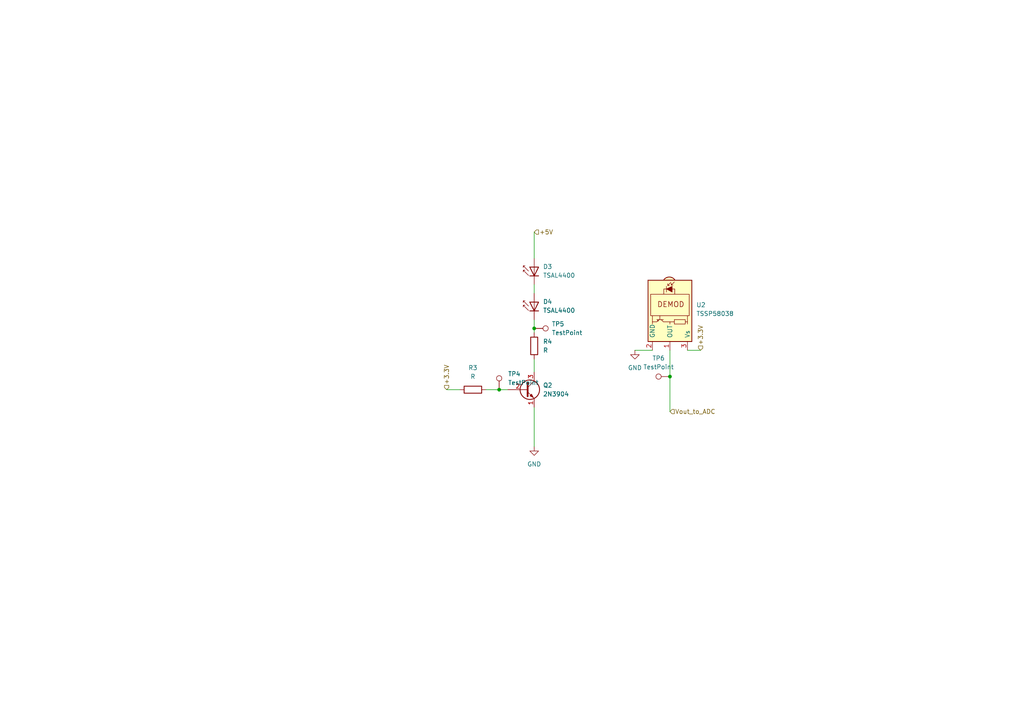
<source format=kicad_sch>
(kicad_sch (version 20231120) (generator "eeschema") (generator_version "8.0")
  (paper "A4")
  (lib_symbols
    (symbol "Connector:TestPoint" (pin_numbers hide) (pin_names (offset 0.762) hide)
      (property "Reference" "TP" (at 0 6.858 0))
      (property "Value" "TestPoint" (at 0 5.08 0))
      (symbol "TestPoint_0_1"
        (circle (center 0 3.302) (radius 0.762))
      )
      (symbol "TestPoint_1_1"
        (pin passive line (at 0 0 90) (length 2.54) (name "1") (number "1"))
      )
    )
    (symbol "Device:R" (pin_numbers hide) (pin_names (offset 0))
      (property "Reference" "R" (at 2.032 0 90))
      (property "Value" "R" (at 0 0 90))
      (symbol "R_0_1"
        (rectangle (start -1.016 -2.54) (end 1.016 2.54) (stroke (width 0.254)))
      )
      (symbol "R_1_1"
        (pin passive line (at 0 3.81 270) (length 1.27) (name "~") (number "1"))
        (pin passive line (at 0 -3.81 90) (length 1.27) (name "~") (number "2"))
      )
    )
    (symbol "LED:TSAL4400" (pin_numbers hide) (pin_names (offset 1.016) hide)
      (property "Reference" "D" (at 0.508 1.778 0))
      (property "Value" "TSAL4400" (at -1.016 -2.794 0))
      (symbol "TSAL4400_0_1"
        (polyline (pts (xy -2.54 1.27) (xy -2.54 -1.27)) (stroke (width 0.254)))
        (polyline (pts (xy 0 0) (xy -2.54 0)))
        (polyline (pts (xy 0.381 3.175) (xy -0.127 3.175)))
        (polyline (pts (xy -1.143 1.651) (xy 0.381 3.175) (xy 0.381 2.667)))
        (polyline (pts (xy 0 1.27) (xy -2.54 0) (xy 0 -1.27) (xy 0 1.27)) (stroke (width 0.254)))
        (polyline (pts (xy -2.413 1.651) (xy -0.889 3.175) (xy -0.889 2.667) (xy -0.889 3.175) (xy -1.397 3.175)))
      )
      (symbol "TSAL4400_1_1"
        (pin passive line (at -5.08 0 0) (length 2.54) (name "K") (number "1"))
        (pin passive line (at 2.54 0 180) (length 2.54) (name "A") (number "2"))
      )
    )
    (symbol "Sensor_Proximity:TSSP58038" (pin_names (offset 1.016))
      (property "Reference" "U" (at -10.16 7.62 0))
      (property "Value" "TSSP58038" (at -10.16 -7.62 0))
      (symbol "TSSP58038_0_0"
        (arc (start -10.287 1.397) (mid -11.0899 -0.1852) (end -10.287 -1.778) (stroke (width 0.254)) (fill (type background)))
        (polyline (pts (xy 1.905 -5.08) (xy 0.127 -5.08)))
        (polyline (pts (xy 1.905 5.08) (xy 0.127 5.08)))
        (text "DEMOD" (at -3.175 0.254 900) (effects (font (size 1.524 1.524))))
      )
      (symbol "TSSP58038_0_1"
        (rectangle (start -6.096 5.588) (end 0.127 -5.588))
        (polyline (pts (xy -8.763 0.381) (xy -9.652 1.27)))
        (polyline (pts (xy -8.763 0.381) (xy -9.271 0.381)))
        (polyline (pts (xy -8.763 0.381) (xy -8.763 0.889)))
        (polyline (pts (xy -8.636 -0.635) (xy -9.525 0.254)))
        (polyline (pts (xy -8.636 -0.635) (xy -9.144 -0.635)))
        (polyline (pts (xy -8.636 -0.635) (xy -8.636 -0.127)))
        (polyline (pts (xy -8.382 -1.016) (xy -6.731 -1.016)))
        (polyline (pts (xy 1.27 -2.921) (xy 0.127 -2.921)))
        (polyline (pts (xy 1.27 -1.905) (xy 1.27 -3.81)))
        (polyline (pts (xy 1.397 -3.556) (xy 1.524 -3.556)))
        (polyline (pts (xy 1.651 -3.556) (xy 1.524 -3.556)))
        (polyline (pts (xy 1.651 -3.556) (xy 1.651 -3.302)))
        (polyline (pts (xy 1.905 0) (xy 1.905 1.27)))
        (polyline (pts (xy 1.905 4.445) (xy 1.905 5.08) (xy 2.54 5.08)))
        (polyline (pts (xy -8.382 0.635) (xy -6.731 0.635) (xy -7.62 -1.016) (xy -8.382 0.635)) (fill (type outline)))
        (polyline (pts (xy -6.096 1.397) (xy -7.62 1.397) (xy -7.62 -1.778) (xy -6.096 -1.778)))
        (polyline (pts (xy 1.27 -3.175) (xy 1.905 -3.81) (xy 1.905 -5.08) (xy 2.54 -5.08)))
        (polyline (pts (xy 1.27 -2.54) (xy 1.905 -1.905) (xy 1.905 0) (xy 2.54 0)))
        (rectangle (start 2.54 1.27) (end 1.27 4.445))
        (rectangle (start 7.62 6.35) (end -10.16 -6.35) (stroke (width 0.254)) (fill (type background)))
      )
      (symbol "TSSP58038_1_1"
        (pin output line (at 10.16 0 180) (length 2.54) (name "OUT") (number "1"))
        (pin power_in line (at 10.16 -5.08 180) (length 2.54) (name "GND") (number "2"))
        (pin power_in line (at 10.16 5.08 180) (length 2.54) (name "Vs") (number "3"))
      )
    )
    (symbol "Transistor_BJT:2N3904" (pin_names (offset 0) hide)
      (property "Reference" "Q" (at 5.08 1.905 0))
      (property "Value" "2N3904" (at 5.08 0 0))
      (symbol "2N3904_0_1"
        (polyline (pts (xy 0.635 0.635) (xy 2.54 2.54)))
        (polyline (pts (xy 0.635 -0.635) (xy 2.54 -2.54) (xy 2.54 -2.54)))
        (polyline (pts (xy 0.635 1.905) (xy 0.635 -1.905) (xy 0.635 -1.905)) (stroke (width 0.508)))
        (polyline (pts (xy 1.27 -1.778) (xy 1.778 -1.27) (xy 2.286 -2.286) (xy 1.27 -1.778) (xy 1.27 -1.778)) (fill (type outline)))
        (circle (center 1.27 0) (radius 2.8194) (stroke (width 0.254)))
      )
      (symbol "2N3904_1_1"
        (pin passive line (at 2.54 -5.08 90) (length 2.54) (name "E") (number "1"))
        (pin passive line (at -5.08 0 0) (length 5.715) (name "B") (number "2"))
        (pin passive line (at 2.54 5.08 270) (length 2.54) (name "C") (number "3"))
      )
    )
    (symbol "power:GND" (power) (pin_numbers hide) (pin_names (offset 0) hide)
      (property "Value" "GND" (at 0 -3.81 0))
      (symbol "GND_0_1"
        (polyline (pts (xy 0 0) (xy 0 -1.27) (xy 1.27 -1.27) (xy 0 -2.54) (xy -1.27 -1.27) (xy 0 -1.27)))
      )
      (symbol "GND_1_1"
        (pin power_in line (at 0 0 270) (length 0) (name "~") (number "1"))
      )
    )
  )
  (junction (at 154.94 95.25))
  (junction (at 144.78 113.03))
  (junction (at 194.31 109.22))
  (wire (pts (xy 194.31 109.22) (xy 194.31 119.38)))
  (wire (pts (xy 199.39 101.6) (xy 203.2 101.6)))
  (wire (pts (xy 154.94 118.11) (xy 154.94 129.54)))
  (wire (pts (xy 184.15 101.6) (xy 189.23 101.6)))
  (wire (pts (xy 154.94 82.55) (xy 154.94 85.09)))
  (wire (pts (xy 154.94 104.14) (xy 154.94 107.95)))
  (wire (pts (xy 144.78 113.03) (xy 147.32 113.03)))
  (wire (pts (xy 154.94 95.25) (xy 154.94 96.52)))
  (wire (pts (xy 140.97 113.03) (xy 144.78 113.03)))
  (wire (pts (xy 129.54 113.03) (xy 133.35 113.03)))
  (wire (pts (xy 154.94 67.31) (xy 154.94 74.93)))
  (wire (pts (xy 154.94 92.71) (xy 154.94 95.25)))
  (wire (pts (xy 194.31 101.6) (xy 194.31 109.22)))
  (hierarchical_label "+3.3V" (shape input) (at 129.54 113.03 90))
  (hierarchical_label "+3.3V" (shape input) (at 203.2 101.6 90))
  (hierarchical_label "+5V" (shape input) (at 154.94 67.31 0))
  (hierarchical_label "Vout_to_ADC" (shape input) (at 194.31 119.38 0))
  (symbol (lib_id "Device:R") (at 154.94 100.33 180) (unit 1)
    (property "Reference" "R4" (at 157.48 99.0599 0) (effects (justify right)))
    (property "Value" "R" (at 157.48 101.5999 0) (effects (justify right)))
    (property "Description" "Resistor" (effects (hide yes)))
  )
  (symbol (lib_id "power:GND") (at 154.94 129.54 0) (unit 1)
    (property "Reference" "#PWR01" (effects (hide yes)))
    (property "Value" "GND" (at 154.94 134.62 0))
    (property "Description" "Power symbol creates a global label with name \"GND\" , ground" (effects (hide yes)))
  )
  (symbol (lib_id "Connector:TestPoint") (at 154.94 95.25 270) (unit 1)
    (property "Reference" "TP5" (at 160.02 93.9799 90) (effects (justify left)))
    (property "Value" "TestPoint" (at 160.02 96.5199 90) (effects (justify left)))
    (property "Description" "test point" (effects (hide yes)))
  )
  (symbol (lib_id "power:GND") (at 184.15 101.6 0) (unit 1)
    (property "Reference" "#PWR02" (effects (hide yes)))
    (property "Value" "GND" (at 184.15 106.68 0))
    (property "Description" "Power symbol creates a global label with name \"GND\" , ground" (effects (hide yes)))
  )
  (symbol (lib_id "LED:TSAL4400") (at 154.94 87.63 90) (unit 1)
    (property "Reference" "D4" (at 157.48 87.5029 90) (effects (justify right)))
    (property "Value" "TSAL4400" (at 157.48 90.0429 90) (effects (justify right)))
    (property "Footprint" "LED_THT:LED_D3.0mm_IRBlack" (effects (hide yes)))
    (property "Datasheet" "http://www.vishay.com/docs/81006/tsal4400.pdf" (effects (hide yes)))
    (property "Description" "Infrared LED , 3mm LED package" (effects (hide yes)))
  )
  (symbol (lib_id "Device:R") (at 137.16 113.03 270) (unit 1)
    (property "Reference" "R3" (at 137.16 106.68 90))
    (property "Value" "R" (at 137.16 109.22 90))
    (property "Description" "Resistor" (effects (hide yes)))
  )
  (symbol (lib_id "Connector:TestPoint") (at 194.31 109.22 90) (unit 1)
    (property "Reference" "TP6" (at 191.008 103.9031 90))
    (property "Value" "TestPoint" (at 191.008 106.4431 90))
    (property "Description" "test point" (effects (hide yes)))
  )
  (symbol (lib_id "Transistor_BJT:2N3904") (at 152.4 113.03 0) (unit 1)
    (property "Reference" "Q2" (at 157.48 111.7599 0) (effects (justify left)))
    (property "Value" "2N3904" (at 157.48 114.2999 0) (effects (justify left)))
    (property "Footprint" "Package_TO_SOT_THT:TO-92_Inline" (effects (hide yes)))
    (property "Datasheet" "https://www.onsemi.com/pub/Collateral/2N3903-D.PDF" (effects (hide yes)))
    (property "Description" "0.2A Ic, 40V Vce, Small Signal NPN Transistor, TO-92" (effects (hide yes)))
  )
  (symbol (lib_id "Connector:TestPoint") (at 144.78 113.03 0) (unit 1)
    (property "Reference" "TP4" (at 147.32 108.4579 0) (effects (justify left)))
    (property "Value" "TestPoint" (at 147.32 110.9979 0) (effects (justify left)))
    (property "Description" "test point" (effects (hide yes)))
  )
  (symbol (lib_id "Sensor_Proximity:TSSP58038") (at 194.31 91.44 270) (unit 1)
    (property "Reference" "U2" (at 201.93 88.4349 90) (effects (justify left)))
    (property "Value" "TSSP58038" (at 201.93 90.9749 90) (effects (justify left)))
    (property "Footprint" "OptoDevice:Vishay_MINICAST-3Pin" (effects (hide yes)))
    (property "Datasheet" "http://www.vishay.com/docs/82476/tssp58p38.pdf" (effects (hide yes)))
    (property "Description" "IR Detector for Mid Range Proximity Sensor" (effects (hide yes)))
  )
  (symbol (lib_id "LED:TSAL4400") (at 154.94 77.47 90) (unit 1)
    (property "Reference" "D3" (at 157.48 77.3429 90) (effects (justify right)))
    (property "Value" "TSAL4400" (at 157.48 79.8829 90) (effects (justify right)))
    (property "Footprint" "LED_THT:LED_D3.0mm_IRBlack" (effects (hide yes)))
    (property "Datasheet" "http://www.vishay.com/docs/81006/tsal4400.pdf" (effects (hide yes)))
    (property "Description" "Infrared LED , 3mm LED package" (effects (hide yes)))
  )
)
</source>
